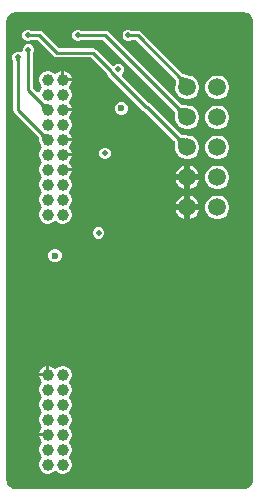
<source format=gbl>
G04*
G04 #@! TF.GenerationSoftware,Altium Limited,Altium Designer,23.0.1 (38)*
G04*
G04 Layer_Physical_Order=2*
G04 Layer_Color=16711680*
%FSLAX43Y43*%
%MOMM*%
G71*
G04*
G04 #@! TF.SameCoordinates,F4D5CC03-99AA-4306-8ABA-C9368C199380*
G04*
G04*
G04 #@! TF.FilePolarity,Positive*
G04*
G01*
G75*
%ADD11C,0.254*%
%ADD12C,1.000*%
%ADD16C,1.500*%
%ADD17C,0.600*%
%ADD18C,0.460*%
G36*
X26670Y53739D02*
X45879Y53739D01*
X45964Y53739D01*
X46130Y53706D01*
X46287Y53641D01*
X46428Y53546D01*
X46548Y53426D01*
X46643Y53285D01*
X46708Y53128D01*
X46741Y52962D01*
X46741Y52877D01*
Y14224D01*
X46741Y14139D01*
X46708Y13972D01*
X46643Y13816D01*
X46548Y13674D01*
X46428Y13554D01*
X46287Y13460D01*
X46130Y13395D01*
X45964Y13362D01*
X45879Y13362D01*
X26585D01*
X26418Y13395D01*
X26262Y13460D01*
X26120Y13554D01*
X26000Y13674D01*
X25906Y13816D01*
X25841Y13973D01*
X25808Y14139D01*
Y14224D01*
X25808Y52877D01*
Y52962D01*
X25841Y53128D01*
X25906Y53285D01*
X26000Y53426D01*
X26120Y53546D01*
X26262Y53641D01*
X26419Y53706D01*
X26585Y53739D01*
X26670Y53739D01*
D02*
G37*
%LPC*%
G36*
X27782Y51030D02*
X27590D01*
X27412Y50956D01*
X27276Y50820D01*
X27202Y50642D01*
Y50450D01*
X27208Y50436D01*
X27097Y50343D01*
X27061Y50326D01*
X26893Y50395D01*
X26701D01*
X26523Y50321D01*
X26387Y50185D01*
X26313Y50007D01*
Y49815D01*
X26387Y49637D01*
X26409Y49615D01*
Y45466D01*
X26438Y45318D01*
X26522Y45192D01*
X28524Y43190D01*
X28529Y43184D01*
X28538Y43168D01*
X28547Y43148D01*
X28555Y43125D01*
X28563Y43096D01*
X28570Y43063D01*
X28574Y43025D01*
X28577Y42982D01*
X28578Y42928D01*
X28583Y42905D01*
Y42827D01*
X28634Y42635D01*
X28734Y42463D01*
X28784Y42413D01*
X28856Y42291D01*
X28784Y42170D01*
X28734Y42119D01*
X28634Y41947D01*
X28583Y41756D01*
Y41557D01*
X28634Y41365D01*
X28734Y41193D01*
X28784Y41143D01*
X28856Y41021D01*
X28784Y40900D01*
X28734Y40849D01*
X28634Y40677D01*
X28583Y40486D01*
Y40287D01*
X28634Y40095D01*
X28734Y39923D01*
X28784Y39873D01*
X28856Y39751D01*
X28784Y39630D01*
X28734Y39579D01*
X28634Y39407D01*
X28583Y39216D01*
Y39017D01*
X28634Y38825D01*
X28734Y38653D01*
X28784Y38603D01*
X28856Y38481D01*
X28784Y38360D01*
X28734Y38309D01*
X28634Y38137D01*
X28583Y37946D01*
Y37747D01*
X28634Y37555D01*
X28734Y37383D01*
X28784Y37333D01*
X28856Y37211D01*
X28784Y37090D01*
X28734Y37039D01*
X28634Y36867D01*
X28583Y36676D01*
Y36477D01*
X28634Y36285D01*
X28734Y36113D01*
X28874Y35973D01*
X29046Y35874D01*
X29238Y35822D01*
X29436D01*
X29628Y35874D01*
X29800Y35973D01*
X29851Y36024D01*
X29972Y36095D01*
X30093Y36024D01*
X30144Y35973D01*
X30316Y35874D01*
X30508Y35822D01*
X30706D01*
X30898Y35874D01*
X31070Y35973D01*
X31210Y36113D01*
X31310Y36285D01*
X31361Y36477D01*
Y36676D01*
X31310Y36867D01*
X31210Y37039D01*
X31160Y37090D01*
X31089Y37211D01*
X31160Y37333D01*
X31210Y37383D01*
X31310Y37555D01*
X31361Y37747D01*
Y37946D01*
X31310Y38137D01*
X31210Y38309D01*
X31160Y38360D01*
X31089Y38481D01*
X31160Y38603D01*
X31210Y38653D01*
X31310Y38825D01*
X31361Y39017D01*
Y39216D01*
X31310Y39407D01*
X31210Y39579D01*
X31160Y39630D01*
X31089Y39751D01*
X31160Y39873D01*
X31210Y39923D01*
X31310Y40095D01*
X31354Y40259D01*
X30607D01*
Y40513D01*
X31354D01*
X31310Y40677D01*
X31210Y40849D01*
X31160Y40900D01*
X31089Y41021D01*
X31160Y41143D01*
X31210Y41193D01*
X31310Y41365D01*
X31354Y41529D01*
X30607D01*
Y41783D01*
X31354D01*
X31310Y41947D01*
X31210Y42119D01*
X31160Y42170D01*
X31089Y42291D01*
X31160Y42413D01*
X31210Y42463D01*
X31310Y42635D01*
X31354Y42799D01*
X30607D01*
Y43053D01*
X31354D01*
X31310Y43217D01*
X31210Y43389D01*
X31160Y43440D01*
X31089Y43561D01*
X31160Y43683D01*
X31210Y43733D01*
X31310Y43905D01*
X31361Y44097D01*
Y44296D01*
X31310Y44487D01*
X31210Y44659D01*
X31160Y44710D01*
X31089Y44831D01*
X31160Y44953D01*
X31210Y45003D01*
X31310Y45175D01*
X31354Y45339D01*
X30607D01*
Y45593D01*
X31354D01*
X31310Y45757D01*
X31210Y45929D01*
X31160Y45980D01*
X31089Y46101D01*
X31160Y46223D01*
X31210Y46273D01*
X31310Y46445D01*
X31361Y46637D01*
Y46836D01*
X31310Y47027D01*
X31210Y47199D01*
X31160Y47250D01*
X31089Y47371D01*
X31160Y47493D01*
X31210Y47543D01*
X31310Y47715D01*
X31354Y47879D01*
X30607D01*
Y48006D01*
X30480D01*
Y48753D01*
X30316Y48709D01*
X30144Y48610D01*
X30093Y48559D01*
X29972Y48488D01*
X29851Y48559D01*
X29800Y48610D01*
X29628Y48709D01*
X29436Y48760D01*
X29238D01*
X29046Y48709D01*
X28874Y48610D01*
X28734Y48469D01*
X28634Y48297D01*
X28583Y48106D01*
Y47907D01*
X28634Y47715D01*
X28734Y47543D01*
X28784Y47493D01*
X28856Y47371D01*
X28784Y47250D01*
X28734Y47199D01*
X28634Y47027D01*
X28622Y46982D01*
X28424Y46929D01*
X28074Y47278D01*
Y50250D01*
X28096Y50272D01*
X28170Y50450D01*
Y50642D01*
X28096Y50820D01*
X27960Y50956D01*
X27782Y51030D01*
D02*
G37*
G36*
X30734Y48753D02*
Y48133D01*
X31354D01*
X31310Y48297D01*
X31210Y48469D01*
X31070Y48610D01*
X30898Y48709D01*
X30734Y48753D01*
D02*
G37*
G36*
X43814Y48375D02*
X43550D01*
X43294Y48307D01*
X43065Y48174D01*
X42879Y47987D01*
X42746Y47759D01*
X42678Y47503D01*
Y47239D01*
X42746Y46983D01*
X42879Y46755D01*
X43065Y46568D01*
X43294Y46435D01*
X43550Y46367D01*
X43814D01*
X44069Y46435D01*
X44298Y46568D01*
X44485Y46755D01*
X44618Y46983D01*
X44686Y47239D01*
Y47503D01*
X44618Y47759D01*
X44485Y47987D01*
X44298Y48174D01*
X44069Y48307D01*
X43814Y48375D01*
D02*
G37*
G36*
X36240Y52250D02*
X36047D01*
X35869Y52176D01*
X35733Y52040D01*
X35660Y51862D01*
Y51670D01*
X35733Y51492D01*
X35869Y51355D01*
X36047Y51282D01*
X36240D01*
X36418Y51355D01*
X36440Y51377D01*
X36794D01*
X40138Y48033D01*
X40149Y48015D01*
X40161Y47990D01*
X40171Y47958D01*
X40179Y47917D01*
X40184Y47866D01*
X40184Y47807D01*
X40180Y47739D01*
X40170Y47663D01*
X40153Y47572D01*
X40153Y47561D01*
X40138Y47503D01*
Y47239D01*
X40206Y46983D01*
X40339Y46755D01*
X40525Y46568D01*
X40754Y46435D01*
X41010Y46367D01*
X41274D01*
X41529Y46435D01*
X41758Y46568D01*
X41945Y46755D01*
X42078Y46983D01*
X42146Y47239D01*
Y47503D01*
X42078Y47759D01*
X41945Y47987D01*
X41758Y48174D01*
X41529Y48307D01*
X41349Y48355D01*
X41332Y48362D01*
X41296Y48369D01*
X41274Y48375D01*
X41267D01*
X41221Y48384D01*
X41028Y48430D01*
X40875Y48477D01*
X40819Y48499D01*
X40772Y48520D01*
X40737Y48538D01*
X40720Y48550D01*
X37230Y52040D01*
X37104Y52125D01*
X36955Y52154D01*
X36440D01*
X36418Y52176D01*
X36240Y52250D01*
D02*
G37*
G36*
X35670Y46139D02*
X35450D01*
X35246Y46055D01*
X35090Y45899D01*
X35006Y45695D01*
Y45475D01*
X35090Y45271D01*
X35246Y45115D01*
X35450Y45031D01*
X35670D01*
X35874Y45115D01*
X36030Y45271D01*
X36114Y45475D01*
Y45695D01*
X36030Y45899D01*
X35874Y46055D01*
X35670Y46139D01*
D02*
G37*
G36*
X43814Y45835D02*
X43550D01*
X43294Y45767D01*
X43065Y45634D01*
X42879Y45447D01*
X42746Y45219D01*
X42678Y44963D01*
Y44699D01*
X42746Y44443D01*
X42879Y44215D01*
X43065Y44028D01*
X43294Y43895D01*
X43550Y43827D01*
X43814D01*
X44069Y43895D01*
X44298Y44028D01*
X44485Y44215D01*
X44618Y44443D01*
X44686Y44699D01*
Y44963D01*
X44618Y45219D01*
X44485Y45447D01*
X44298Y45634D01*
X44069Y45767D01*
X43814Y45835D01*
D02*
G37*
G36*
X31985Y52250D02*
X31793D01*
X31615Y52176D01*
X31479Y52040D01*
X31405Y51862D01*
Y51670D01*
X31479Y51492D01*
X31615Y51355D01*
X31793Y51282D01*
X31985D01*
X32163Y51355D01*
X32185Y51377D01*
X34036D01*
X40036Y45377D01*
X40049Y45358D01*
X40064Y45328D01*
X40080Y45286D01*
X40095Y45235D01*
X40108Y45173D01*
X40118Y45105D01*
X40131Y44928D01*
X40133Y44827D01*
X40138Y44804D01*
Y44699D01*
X40206Y44443D01*
X40339Y44215D01*
X40525Y44028D01*
X40754Y43895D01*
X41010Y43827D01*
X41274D01*
X41529Y43895D01*
X41758Y44028D01*
X41945Y44215D01*
X42078Y44443D01*
X42146Y44699D01*
Y44963D01*
X42078Y45219D01*
X41945Y45447D01*
X41758Y45634D01*
X41529Y45767D01*
X41274Y45835D01*
X41154D01*
X41132Y45840D01*
X40933Y45843D01*
X40856Y45850D01*
X40786Y45859D01*
X40725Y45872D01*
X40674Y45886D01*
X40634Y45901D01*
X40603Y45916D01*
X40584Y45928D01*
X34472Y52040D01*
X34346Y52125D01*
X34197Y52154D01*
X32185D01*
X32163Y52176D01*
X31985Y52250D01*
D02*
G37*
G36*
X34267Y42267D02*
X34075D01*
X33897Y42193D01*
X33761Y42057D01*
X33687Y41879D01*
Y41687D01*
X33761Y41509D01*
X33897Y41373D01*
X34075Y41299D01*
X34267D01*
X34445Y41373D01*
X34581Y41509D01*
X34655Y41687D01*
Y41879D01*
X34581Y42057D01*
X34445Y42193D01*
X34267Y42267D01*
D02*
G37*
G36*
X43814Y43295D02*
X43550D01*
X43294Y43227D01*
X43065Y43094D01*
X42879Y42907D01*
X42746Y42679D01*
X42678Y42423D01*
Y42159D01*
X42746Y41903D01*
X42879Y41675D01*
X43065Y41488D01*
X43294Y41355D01*
X43550Y41287D01*
X43814D01*
X44069Y41355D01*
X44298Y41488D01*
X44485Y41675D01*
X44618Y41903D01*
X44686Y42159D01*
Y42423D01*
X44618Y42679D01*
X44485Y42907D01*
X44298Y43094D01*
X44069Y43227D01*
X43814Y43295D01*
D02*
G37*
G36*
X27731Y52250D02*
X27538D01*
X27360Y52176D01*
X27224Y52040D01*
X27151Y51862D01*
Y51670D01*
X27224Y51492D01*
X27360Y51355D01*
X27538Y51282D01*
X27731D01*
X27909Y51355D01*
X27931Y51377D01*
X28464D01*
X29824Y50017D01*
X29950Y49933D01*
X30099Y49904D01*
X32980D01*
X34333Y48551D01*
X34344Y48493D01*
X34428Y48367D01*
X37400Y45395D01*
X37526Y45311D01*
X37584Y45300D01*
X40040Y42843D01*
X40053Y42824D01*
X40068Y42793D01*
X40083Y42753D01*
X40098Y42701D01*
X40111Y42640D01*
X40120Y42572D01*
X40132Y42396D01*
X40133Y42297D01*
X40138Y42273D01*
Y42159D01*
X40206Y41903D01*
X40339Y41675D01*
X40525Y41488D01*
X40754Y41355D01*
X41010Y41287D01*
X41274D01*
X41529Y41355D01*
X41758Y41488D01*
X41945Y41675D01*
X42078Y41903D01*
X42146Y42159D01*
Y42423D01*
X42078Y42679D01*
X41945Y42907D01*
X41758Y43094D01*
X41529Y43227D01*
X41274Y43295D01*
X41160D01*
X41136Y43300D01*
X41036Y43301D01*
X40861Y43313D01*
X40793Y43322D01*
X40731Y43335D01*
X40680Y43350D01*
X40639Y43365D01*
X40609Y43380D01*
X40590Y43393D01*
X38038Y45945D01*
X37912Y46029D01*
X37854Y46040D01*
X35587Y48307D01*
X35625Y48521D01*
X35724Y48621D01*
X35798Y48799D01*
Y48991D01*
X35724Y49169D01*
X35588Y49305D01*
X35410Y49379D01*
X35218D01*
X35040Y49305D01*
X34904Y49169D01*
X34828Y49154D01*
X33416Y50567D01*
X33290Y50651D01*
X33141Y50680D01*
X30260D01*
X28900Y52040D01*
X28774Y52125D01*
X28625Y52154D01*
X27931D01*
X27909Y52176D01*
X27731Y52250D01*
D02*
G37*
G36*
X41392Y40723D02*
Y40001D01*
X42114D01*
X42078Y40139D01*
X41945Y40367D01*
X41758Y40554D01*
X41529Y40687D01*
X41392Y40723D01*
D02*
G37*
G36*
X40892D02*
X40754Y40687D01*
X40525Y40554D01*
X40339Y40367D01*
X40206Y40139D01*
X40170Y40001D01*
X40892D01*
Y40723D01*
D02*
G37*
G36*
X42114Y39501D02*
X41392D01*
Y38779D01*
X41529Y38815D01*
X41758Y38948D01*
X41945Y39135D01*
X42078Y39363D01*
X42114Y39501D01*
D02*
G37*
G36*
X40892D02*
X40170D01*
X40206Y39363D01*
X40339Y39135D01*
X40525Y38948D01*
X40754Y38815D01*
X40892Y38779D01*
Y39501D01*
D02*
G37*
G36*
X43814Y40755D02*
X43550D01*
X43294Y40687D01*
X43065Y40554D01*
X42879Y40367D01*
X42746Y40139D01*
X42678Y39883D01*
Y39619D01*
X42746Y39363D01*
X42879Y39135D01*
X43065Y38948D01*
X43294Y38815D01*
X43550Y38747D01*
X43814D01*
X44069Y38815D01*
X44298Y38948D01*
X44485Y39135D01*
X44618Y39363D01*
X44686Y39619D01*
Y39883D01*
X44618Y40139D01*
X44485Y40367D01*
X44298Y40554D01*
X44069Y40687D01*
X43814Y40755D01*
D02*
G37*
G36*
X41392Y38183D02*
Y37461D01*
X42114D01*
X42078Y37599D01*
X41945Y37827D01*
X41758Y38014D01*
X41529Y38147D01*
X41392Y38183D01*
D02*
G37*
G36*
X40892D02*
X40754Y38147D01*
X40525Y38014D01*
X40339Y37827D01*
X40206Y37599D01*
X40170Y37461D01*
X40892D01*
Y38183D01*
D02*
G37*
G36*
X42114Y36961D02*
X41392D01*
Y36239D01*
X41529Y36275D01*
X41758Y36408D01*
X41945Y36595D01*
X42078Y36823D01*
X42114Y36961D01*
D02*
G37*
G36*
X40892D02*
X40170D01*
X40206Y36823D01*
X40339Y36595D01*
X40525Y36408D01*
X40754Y36275D01*
X40892Y36239D01*
Y36961D01*
D02*
G37*
G36*
X43814Y38215D02*
X43550D01*
X43294Y38147D01*
X43065Y38014D01*
X42879Y37827D01*
X42746Y37599D01*
X42678Y37343D01*
Y37079D01*
X42746Y36823D01*
X42879Y36595D01*
X43065Y36408D01*
X43294Y36275D01*
X43550Y36207D01*
X43814D01*
X44069Y36275D01*
X44298Y36408D01*
X44485Y36595D01*
X44618Y36823D01*
X44686Y37079D01*
Y37343D01*
X44618Y37599D01*
X44485Y37827D01*
X44298Y38014D01*
X44069Y38147D01*
X43814Y38215D01*
D02*
G37*
G36*
X33729Y35536D02*
X33536D01*
X33358Y35462D01*
X33222Y35326D01*
X33149Y35148D01*
Y34956D01*
X33222Y34778D01*
X33358Y34642D01*
X33536Y34568D01*
X33729D01*
X33907Y34642D01*
X34043Y34778D01*
X34117Y34956D01*
Y35148D01*
X34043Y35326D01*
X33907Y35462D01*
X33729Y35536D01*
D02*
G37*
G36*
X30053Y33681D02*
X29832D01*
X29629Y33597D01*
X29473Y33441D01*
X29389Y33238D01*
Y33017D01*
X29473Y32813D01*
X29629Y32658D01*
X29832Y32573D01*
X30053D01*
X30256Y32658D01*
X30412Y32813D01*
X30497Y33017D01*
Y33238D01*
X30412Y33441D01*
X30256Y33597D01*
X30053Y33681D01*
D02*
G37*
G36*
X30706Y23780D02*
X30508D01*
X30316Y23729D01*
X30144Y23630D01*
X30093Y23579D01*
X29972Y23508D01*
X29851Y23579D01*
X29800Y23630D01*
X29628Y23729D01*
X29464Y23773D01*
Y23026D01*
X29337D01*
Y22899D01*
X28590D01*
X28634Y22735D01*
X28734Y22563D01*
X28784Y22513D01*
X28856Y22391D01*
X28784Y22270D01*
X28734Y22219D01*
X28634Y22047D01*
X28583Y21856D01*
Y21657D01*
X28634Y21465D01*
X28734Y21293D01*
X28784Y21243D01*
X28856Y21121D01*
X28784Y21000D01*
X28734Y20949D01*
X28634Y20777D01*
X28583Y20586D01*
Y20387D01*
X28634Y20195D01*
X28734Y20023D01*
X28784Y19973D01*
X28856Y19851D01*
X28784Y19730D01*
X28734Y19679D01*
X28634Y19507D01*
X28583Y19316D01*
Y19117D01*
X28634Y18925D01*
X28734Y18753D01*
X28784Y18703D01*
X28856Y18581D01*
X28784Y18460D01*
X28734Y18409D01*
X28634Y18237D01*
X28590Y18073D01*
X29337D01*
Y17819D01*
X28590D01*
X28634Y17655D01*
X28734Y17483D01*
X28784Y17433D01*
X28856Y17311D01*
X28784Y17190D01*
X28734Y17139D01*
X28634Y16967D01*
X28583Y16776D01*
Y16577D01*
X28634Y16385D01*
X28734Y16213D01*
X28784Y16163D01*
X28856Y16041D01*
X28784Y15920D01*
X28734Y15869D01*
X28634Y15697D01*
X28583Y15506D01*
Y15307D01*
X28634Y15115D01*
X28734Y14943D01*
X28874Y14803D01*
X29046Y14704D01*
X29238Y14652D01*
X29436D01*
X29628Y14704D01*
X29800Y14803D01*
X29851Y14854D01*
X29972Y14925D01*
X30093Y14854D01*
X30144Y14803D01*
X30316Y14704D01*
X30508Y14652D01*
X30706D01*
X30898Y14704D01*
X31070Y14803D01*
X31210Y14943D01*
X31310Y15115D01*
X31361Y15307D01*
Y15506D01*
X31310Y15697D01*
X31210Y15869D01*
X31160Y15920D01*
X31089Y16041D01*
X31160Y16163D01*
X31210Y16213D01*
X31310Y16385D01*
X31361Y16577D01*
Y16776D01*
X31310Y16967D01*
X31210Y17139D01*
X31160Y17190D01*
X31089Y17311D01*
X31160Y17433D01*
X31210Y17483D01*
X31310Y17655D01*
X31361Y17847D01*
Y18046D01*
X31310Y18237D01*
X31210Y18409D01*
X31160Y18460D01*
X31089Y18581D01*
X31160Y18703D01*
X31210Y18753D01*
X31310Y18925D01*
X31361Y19117D01*
Y19316D01*
X31310Y19507D01*
X31210Y19679D01*
X31160Y19730D01*
X31089Y19851D01*
X31160Y19973D01*
X31210Y20023D01*
X31310Y20195D01*
X31361Y20387D01*
Y20586D01*
X31310Y20777D01*
X31210Y20949D01*
X31160Y21000D01*
X31089Y21121D01*
X31160Y21243D01*
X31210Y21293D01*
X31310Y21465D01*
X31361Y21657D01*
Y21856D01*
X31310Y22047D01*
X31210Y22219D01*
X31160Y22270D01*
X31089Y22391D01*
X31160Y22513D01*
X31210Y22563D01*
X31310Y22735D01*
X31361Y22927D01*
Y23126D01*
X31310Y23317D01*
X31210Y23489D01*
X31070Y23630D01*
X30898Y23729D01*
X30706Y23780D01*
D02*
G37*
G36*
X29210Y23773D02*
X29046Y23729D01*
X28874Y23630D01*
X28734Y23489D01*
X28634Y23317D01*
X28590Y23153D01*
X29210D01*
Y23773D01*
D02*
G37*
%LPD*%
G36*
X27841Y50374D02*
X27835Y50364D01*
X27830Y50353D01*
X27825Y50339D01*
X27822Y50324D01*
X27818Y50306D01*
X27814Y50265D01*
X27813Y50242D01*
X27813Y50216D01*
X27559D01*
X27559Y50242D01*
X27554Y50306D01*
X27551Y50324D01*
X27547Y50339D01*
X27542Y50353D01*
X27537Y50364D01*
X27531Y50374D01*
X27525Y50382D01*
X27847D01*
X27841Y50374D01*
D02*
G37*
G36*
X26952Y49739D02*
X26946Y49729D01*
X26941Y49718D01*
X26936Y49704D01*
X26933Y49689D01*
X26929Y49671D01*
X26925Y49630D01*
X26924Y49607D01*
X26924Y49581D01*
X26670D01*
X26670Y49607D01*
X26665Y49671D01*
X26662Y49689D01*
X26658Y49704D01*
X26653Y49718D01*
X26648Y49729D01*
X26642Y49739D01*
X26636Y49747D01*
X26958D01*
X26952Y49739D01*
D02*
G37*
G36*
X28904Y46082D02*
X28938Y46057D01*
X28976Y46036D01*
X29017Y46017D01*
X29061Y46001D01*
X29109Y45988D01*
X29160Y45978D01*
X29214Y45971D01*
X29271Y45967D01*
X29332Y45966D01*
X28837Y45471D01*
X28836Y45532D01*
X28832Y45590D01*
X28825Y45644D01*
X28816Y45695D01*
X28803Y45742D01*
X28787Y45787D01*
X28768Y45828D01*
X28746Y45865D01*
X28721Y45900D01*
X28693Y45931D01*
X28873Y46110D01*
X28904Y46082D01*
D02*
G37*
G36*
Y43542D02*
X28938Y43517D01*
X28976Y43496D01*
X29017Y43477D01*
X29061Y43461D01*
X29109Y43448D01*
X29160Y43438D01*
X29214Y43431D01*
X29271Y43427D01*
X29332Y43426D01*
X28837Y42931D01*
X28836Y42992D01*
X28832Y43050D01*
X28825Y43104D01*
X28816Y43155D01*
X28803Y43202D01*
X28787Y43247D01*
X28768Y43288D01*
X28746Y43325D01*
X28721Y43360D01*
X28693Y43391D01*
X28873Y43570D01*
X28904Y43542D01*
D02*
G37*
G36*
X36315Y51920D02*
X36325Y51915D01*
X36337Y51909D01*
X36350Y51905D01*
X36366Y51901D01*
X36383Y51898D01*
X36424Y51894D01*
X36448Y51893D01*
X36473Y51893D01*
Y51639D01*
X36448Y51638D01*
X36383Y51633D01*
X36366Y51630D01*
X36350Y51627D01*
X36337Y51622D01*
X36325Y51617D01*
X36315Y51611D01*
X36308Y51605D01*
Y51927D01*
X36315Y51920D01*
D02*
G37*
G36*
X40559Y48346D02*
X40604Y48316D01*
X40657Y48288D01*
X40719Y48259D01*
X40790Y48232D01*
X40960Y48180D01*
X41165Y48131D01*
X41282Y48108D01*
X40408Y47525D01*
X40426Y47623D01*
X40438Y47714D01*
X40443Y47800D01*
X40443Y47880D01*
X40436Y47953D01*
X40423Y48021D01*
X40403Y48083D01*
X40378Y48139D01*
X40346Y48189D01*
X40308Y48233D01*
X40524Y48377D01*
X40559Y48346D01*
D02*
G37*
G36*
X32061Y51920D02*
X32071Y51915D01*
X32082Y51909D01*
X32096Y51905D01*
X32111Y51901D01*
X32129Y51898D01*
X32170Y51894D01*
X32193Y51893D01*
X32219Y51893D01*
Y51639D01*
X32193Y51638D01*
X32129Y51633D01*
X32111Y51630D01*
X32096Y51627D01*
X32082Y51622D01*
X32071Y51617D01*
X32061Y51611D01*
X32053Y51605D01*
Y51927D01*
X32061Y51920D01*
D02*
G37*
G36*
X40426Y45722D02*
X40475Y45691D01*
X40531Y45663D01*
X40594Y45639D01*
X40664Y45620D01*
X40742Y45604D01*
X40828Y45592D01*
X40920Y45585D01*
X41127Y45581D01*
X40392Y44832D01*
X40390Y44940D01*
X40375Y45134D01*
X40363Y45219D01*
X40346Y45298D01*
X40326Y45368D01*
X40302Y45431D01*
X40274Y45487D01*
X40242Y45536D01*
X40207Y45576D01*
X40385Y45758D01*
X40426Y45722D01*
D02*
G37*
G36*
X27806Y51920D02*
X27816Y51915D01*
X27828Y51909D01*
X27841Y51905D01*
X27857Y51901D01*
X27874Y51898D01*
X27915Y51894D01*
X27939Y51893D01*
X27964Y51893D01*
Y51639D01*
X27939Y51638D01*
X27874Y51633D01*
X27857Y51630D01*
X27841Y51627D01*
X27828Y51622D01*
X27816Y51617D01*
X27806Y51611D01*
X27799Y51605D01*
Y51927D01*
X27806Y51920D01*
D02*
G37*
G36*
X40432Y43186D02*
X40480Y43155D01*
X40536Y43127D01*
X40599Y43103D01*
X40670Y43083D01*
X40748Y43067D01*
X40833Y43055D01*
X41027Y43042D01*
X41134Y43041D01*
X40392Y42299D01*
X40391Y42406D01*
X40378Y42599D01*
X40366Y42685D01*
X40350Y42763D01*
X40330Y42834D01*
X40306Y42897D01*
X40278Y42953D01*
X40247Y43001D01*
X40211Y43042D01*
X40391Y43222D01*
X40432Y43186D01*
D02*
G37*
D11*
X34703Y48642D02*
X37675Y45670D01*
X37763D01*
X41142Y42291D01*
X34703Y48642D02*
Y48730D01*
X33141Y50292D02*
X34703Y48730D01*
X27635Y51766D02*
X28625D01*
X30099Y50292D02*
X33141D01*
X28625Y51766D02*
X30099Y50292D01*
X26797Y45466D02*
Y49911D01*
Y45466D02*
X29337Y42926D01*
X27686Y47117D02*
Y50546D01*
X41142Y47371D02*
Y47579D01*
X36955Y51766D02*
X41142Y47579D01*
X36144Y51766D02*
X36955D01*
X34197D02*
X41132Y44831D01*
X41142D01*
X31889Y51766D02*
X34197D01*
X27686Y47117D02*
X29337Y45466D01*
D12*
Y15406D02*
D03*
X30607D02*
D03*
X29337Y16676D02*
D03*
X30607D02*
D03*
X29337Y17946D02*
D03*
Y19216D02*
D03*
X30607D02*
D03*
X29337Y20486D02*
D03*
X30607D02*
D03*
X29337Y21756D02*
D03*
X30607D02*
D03*
X29337Y23026D02*
D03*
X30607D02*
D03*
Y17946D02*
D03*
Y39116D02*
D03*
Y48006D02*
D03*
X29337D02*
D03*
X30607Y46736D02*
D03*
X29337D02*
D03*
X30607Y45466D02*
D03*
X29337D02*
D03*
X30607Y44196D02*
D03*
X29337D02*
D03*
X30607Y42926D02*
D03*
X29337D02*
D03*
X30607Y41656D02*
D03*
X29337D02*
D03*
X30607Y40386D02*
D03*
X29337D02*
D03*
Y39116D02*
D03*
X30607Y37846D02*
D03*
X29337D02*
D03*
X30607Y36576D02*
D03*
X29337D02*
D03*
D16*
X43682Y37211D02*
D03*
X41142D02*
D03*
X43682Y39751D02*
D03*
X41142D02*
D03*
X43682Y42291D02*
D03*
X41142D02*
D03*
X43682Y44831D02*
D03*
X41142D02*
D03*
X43682Y47371D02*
D03*
X41142D02*
D03*
D17*
X32000Y30000D02*
D03*
X45000Y52000D02*
D03*
X44000Y50000D02*
D03*
X45000Y48000D02*
D03*
Y32000D02*
D03*
X44000Y30000D02*
D03*
X45000Y28000D02*
D03*
X44000Y26000D02*
D03*
X45000Y24000D02*
D03*
X44000Y22000D02*
D03*
X45000Y20000D02*
D03*
X44000Y18000D02*
D03*
X45000Y16000D02*
D03*
X44000Y14000D02*
D03*
X43000Y52000D02*
D03*
X42000Y50000D02*
D03*
X43000Y32000D02*
D03*
X42000Y30000D02*
D03*
X43000Y28000D02*
D03*
X42000Y26000D02*
D03*
X43000Y24000D02*
D03*
X42000Y22000D02*
D03*
X43000Y20000D02*
D03*
X42000Y18000D02*
D03*
X43000Y16000D02*
D03*
X42000Y14000D02*
D03*
X41000Y52000D02*
D03*
X40000Y50000D02*
D03*
Y38000D02*
D03*
X41000Y32000D02*
D03*
X40000Y30000D02*
D03*
X41000Y28000D02*
D03*
X40000Y26000D02*
D03*
X41000Y24000D02*
D03*
X40000Y22000D02*
D03*
X41000Y20000D02*
D03*
X40000Y18000D02*
D03*
X41000Y16000D02*
D03*
X40000Y14000D02*
D03*
X39000Y52000D02*
D03*
Y48000D02*
D03*
X38000Y42000D02*
D03*
X39000Y40000D02*
D03*
X38000Y38000D02*
D03*
X39000Y36000D02*
D03*
Y32000D02*
D03*
X38000Y30000D02*
D03*
X39000Y28000D02*
D03*
X38000Y26000D02*
D03*
X39000Y24000D02*
D03*
X38000Y22000D02*
D03*
X39000Y20000D02*
D03*
X38000Y18000D02*
D03*
X39000Y16000D02*
D03*
X38000Y14000D02*
D03*
X36000Y42000D02*
D03*
X37000Y40000D02*
D03*
X36000Y38000D02*
D03*
X37000Y36000D02*
D03*
Y32000D02*
D03*
X36000Y30000D02*
D03*
X37000Y28000D02*
D03*
X36000Y26000D02*
D03*
X37000Y24000D02*
D03*
X36000Y22000D02*
D03*
X37000Y20000D02*
D03*
X36000Y18000D02*
D03*
X37000Y16000D02*
D03*
X36000Y14000D02*
D03*
X35000Y52000D02*
D03*
X34000Y46000D02*
D03*
X35000Y44000D02*
D03*
Y40000D02*
D03*
X34000Y38000D02*
D03*
X35000Y36000D02*
D03*
Y32000D02*
D03*
X34000Y30000D02*
D03*
X35000Y28000D02*
D03*
X34000Y26000D02*
D03*
X35000Y24000D02*
D03*
X34000Y22000D02*
D03*
X35000Y20000D02*
D03*
X34000Y18000D02*
D03*
X35000Y16000D02*
D03*
X34000Y14000D02*
D03*
X32000Y46000D02*
D03*
Y42000D02*
D03*
X33000Y40000D02*
D03*
X32000Y38000D02*
D03*
X33000Y36000D02*
D03*
Y32000D02*
D03*
Y28000D02*
D03*
X32000Y26000D02*
D03*
X33000Y24000D02*
D03*
X32000Y22000D02*
D03*
X33000Y20000D02*
D03*
X32000Y18000D02*
D03*
X33000Y16000D02*
D03*
X32000Y14000D02*
D03*
X31000Y32000D02*
D03*
X30000Y30000D02*
D03*
X31000Y28000D02*
D03*
X30000Y26000D02*
D03*
Y14000D02*
D03*
X28000Y38000D02*
D03*
X29000Y32000D02*
D03*
X28000Y30000D02*
D03*
X29000Y28000D02*
D03*
X28000Y26000D02*
D03*
Y22000D02*
D03*
Y18000D02*
D03*
Y14000D02*
D03*
X29942Y33127D02*
D03*
X35560Y45585D02*
D03*
D18*
X26797Y49911D02*
D03*
X27686Y50546D02*
D03*
X31889Y51766D02*
D03*
X33633Y35052D02*
D03*
X34171Y41783D02*
D03*
X35314Y48895D02*
D03*
X27635Y51766D02*
D03*
X36144D02*
D03*
M02*

</source>
